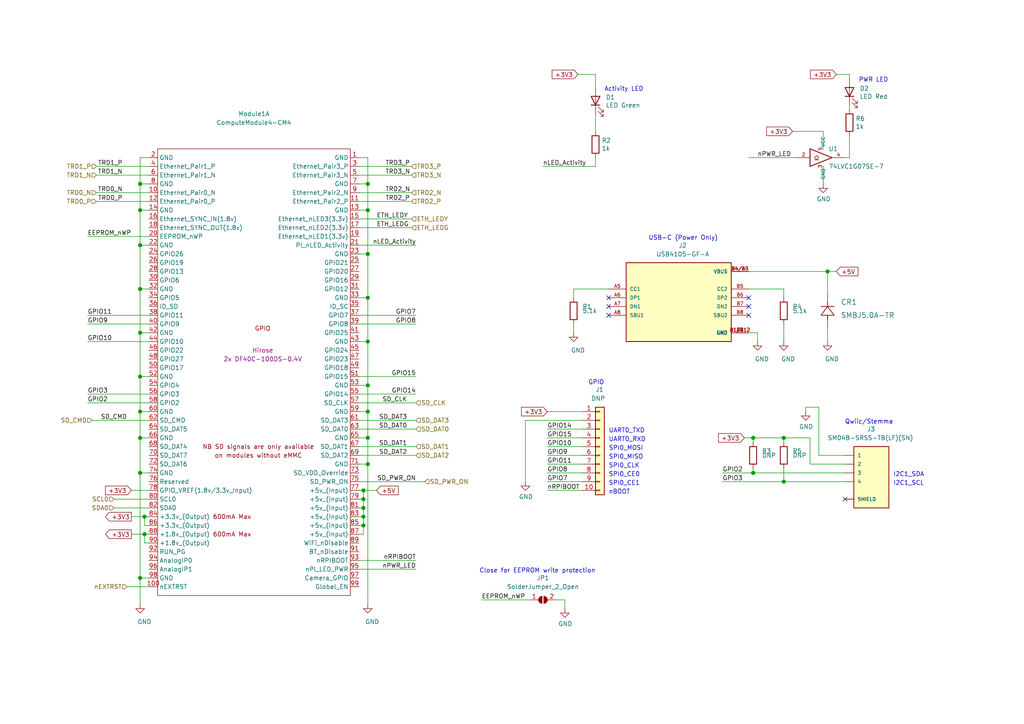
<source format=kicad_sch>
(kicad_sch (version 20230121) (generator eeschema)
  (paper "A4")
  (title_block (title "Raspberry Pi Compute Module 4 Base Carrier") (date "2020-10-31") (rev "v01") (comment 2 "creativecommons.org/licenses/by-sa/4.0") (comment 3 "License: CC BY-SA 4.0") (comment 4 "Author: Shawn Hymel"))
  (lib_symbols
    (symbol "2020-11-06_22-01-36:SMBJ5.0A-TR" (pin_numbers hide) (pin_names (offset -1.651) hide)
      (property "Reference" "CR" (at 5.08 4.445 0))
      (property "Value" "SMBJ5.0A-TR" (at 5.08 -7.62 0))
      (symbol "SMBJ5.0A-TR_1_1"
        (polyline (pts (xy 2.54 0) (xy 3.4798 0)) (stroke (width 0.2032)))
        (polyline (pts (xy 3.175 0) (xy 3.81 0)) (stroke (width 0.2032)))
        (polyline (pts (xy 3.81 -1.905) (xy 6.35 0)) (stroke (width 0.2032)))
        (polyline (pts (xy 3.81 1.905) (xy 3.81 -1.905)) (stroke (width 0.2032)))
        (polyline (pts (xy 6.35 -1.905) (xy 6.35 1.905)) (stroke (width 0.2032)))
        (polyline (pts (xy 6.35 0) (xy 3.81 1.905)) (stroke (width 0.2032)))
        (polyline (pts (xy 6.35 0) (xy 7.62 0)) (stroke (width 0.2032)))
        (pin unspecified line (at 10.16 0 180) (length 2.54) (name "1") (number "1"))
        (pin unspecified line (at 0 0 0) (length 2.54) (name "2") (number "2"))
      )
    )
    (symbol "CM4IO:74LVC1G07_copy"
      (property "Reference" "U" (at -2.54 3.81 0))
      (property "Value" "74LVC1G07_copy" (at 0 -3.81 0))
      (symbol "74LVC1G07_copy_0_1"
        (polyline (pts (xy -2.54 -0.635) (xy -1.27 -0.635)))
        (polyline (pts (xy -3.81 2.54) (xy -3.81 -2.54) (xy 2.54 0) (xy -3.81 2.54)) (stroke (width 0.254)))
        (polyline (pts (xy -1.905 0.635) (xy -2.54 0) (xy -1.905 -0.635) (xy -1.27 0) (xy -1.905 0.635)))
      )
      (symbol "74LVC1G07_copy_1_1"
        (pin input line (at -7.62 0 0) (length 3.81) (name "~") (number "2"))
        (pin power_in line (at 0 -2.54 270) (length 0) (name "GND") (number "3"))
        (pin open_collector line (at 6.35 0 180) (length 3.81) (name "~") (number "4"))
        (pin power_in line (at 0 2.54 90) (length 0) (name "VCC") (number "5"))
      )
    )
    (symbol "CM4IO:ComputeModule4-CM4"
      (property "Reference" "Module" (at 113.03 -68.58 0))
      (property "Value" "ComputeModule4-CM4" (at 140.97 2.54 0))
      (property "Manufacturer" "Hirose" (at 0 0 0))
      (property "MPN" "2x DF40C-100DS-0.4V" (at 0 -2.54 0))
      (property "MPN (Alt)" "2x DF40HC(3.0)-100DS-0.4V" (at 0 0 0))
      (symbol "ComputeModule4-CM4_1_0"
        (text "GPIO" (at 0 6.35 0) (effects (font (size 1.27 1.27))))
      )
      (symbol "ComputeModule4-CM4_1_1"
        (rectangle (start -30.48 -71.12) (end 25.4 58.42))
        (text "600mA Max" (at -8.89 -53.34 0) (effects (font (size 1.27 1.27))))
        (text "600mA Max" (at -8.89 -48.26 0) (effects (font (size 1.27 1.27))))
        (text "NB SD signals are only available" (at -1.27 -27.94 0) (effects (font (size 1.27 1.27))))
        (text "on modules without eMMC" (at -1.27 -30.48 0) (effects (font (size 1.27 1.27))))
        (pin power_in line (at 27.94 55.88 180) (length 2.54) (name "GND") (number "1"))
        (pin passive line (at -33.02 45.72 0) (length 2.54) (name "Ethernet_Pair0_N") (number "10"))
        (pin output line (at -33.02 -68.58 0) (length 2.54) (name "nEXTRST") (number "100"))
        (pin passive line (at 27.94 43.18 180) (length 2.54) (name "Ethernet_Pair2_P") (number "11"))
        (pin passive line (at -33.02 43.18 0) (length 2.54) (name "Ethernet_Pair0_P") (number "12"))
        (pin power_in line (at 27.94 40.64 180) (length 2.54) (name "GND") (number "13"))
        (pin power_in line (at -33.02 40.64 0) (length 2.54) (name "GND") (number "14"))
        (pin output line (at 27.94 38.1 180) (length 2.54) (name "Ethernet_nLED3(3.3v)") (number "15"))
        (pin input line (at -33.02 38.1 0) (length 2.54) (name "Ethernet_SYNC_IN(1.8v)") (number "16"))
        (pin output line (at 27.94 35.56 180) (length 2.54) (name "Ethernet_nLED2(3.3v)") (number "17"))
        (pin input line (at -33.02 35.56 0) (length 2.54) (name "Ethernet_SYNC_OUT(1.8v)") (number "18"))
        (pin output line (at 27.94 33.02 180) (length 2.54) (name "Ethernet_nLED1(3.3v)") (number "19"))
        (pin power_in line (at -33.02 55.88 0) (length 2.54) (name "GND") (number "2"))
        (pin passive line (at -33.02 33.02 0) (length 2.54) (name "EEPROM_nWP") (number "20"))
        (pin open_collector line (at 27.94 30.48 180) (length 2.54) (name "PI_nLED_Activity") (number "21"))
        (pin power_in line (at -33.02 30.48 0) (length 2.54) (name "GND") (number "22"))
        (pin power_in line (at 27.94 27.94 180) (length 2.54) (name "GND") (number "23"))
        (pin passive line (at -33.02 27.94 0) (length 2.54) (name "GPIO26") (number "24"))
        (pin passive line (at 27.94 25.4 180) (length 2.54) (name "GPIO21") (number "25"))
        (pin passive line (at -33.02 25.4 0) (length 2.54) (name "GPIO19") (number "26"))
        (pin passive line (at 27.94 22.86 180) (length 2.54) (name "GPIO20") (number "27"))
        (pin passive line (at -33.02 22.86 0) (length 2.54) (name "GPIO13") (number "28"))
        (pin passive line (at 27.94 20.32 180) (length 2.54) (name "GPIO16") (number "29"))
        (pin passive line (at 27.94 53.34 180) (length 2.54) (name "Ethernet_Pair3_P") (number "3"))
        (pin passive line (at -33.02 20.32 0) (length 2.54) (name "GPIO6") (number "30"))
        (pin passive line (at 27.94 17.78 180) (length 2.54) (name "GPIO12") (number "31"))
        (pin power_in line (at -33.02 17.78 0) (length 2.54) (name "GND") (number "32"))
        (pin power_in line (at 27.94 15.24 180) (length 2.54) (name "GND") (number "33"))
        (pin passive line (at -33.02 15.24 0) (length 2.54) (name "GPIO5") (number "34"))
        (pin passive line (at 27.94 12.7 180) (length 2.54) (name "ID_SC") (number "35"))
        (pin passive line (at -33.02 12.7 0) (length 2.54) (name "ID_SD") (number "36"))
        (pin passive line (at 27.94 10.16 180) (length 2.54) (name "GPIO7") (number "37"))
        (pin passive line (at -33.02 10.16 0) (length 2.54) (name "GPIO11") (number "38"))
        (pin passive line (at 27.94 7.62 180) (length 2.54) (name "GPIO8") (number "39"))
        (pin passive line (at -33.02 53.34 0) (length 2.54) (name "Ethernet_Pair1_P") (number "4"))
        (pin passive line (at -33.02 7.62 0) (length 2.54) (name "GPIO9") (number "40"))
        (pin passive line (at 27.94 5.08 180) (length 2.54) (name "GPIO25") (number "41"))
        (pin power_in line (at -33.02 5.08 0) (length 2.54) (name "GND") (number "42"))
        (pin power_in line (at 27.94 2.54 180) (length 2.54) (name "GND") (number "43"))
        (pin passive line (at -33.02 2.54 0) (length 2.54) (name "GPIO10") (number "44"))
        (pin passive line (at 27.94 0 180) (length 2.54) (name "GPIO24") (number "45"))
        (pin passive line (at -33.02 0 0) (length 2.54) (name "GPIO22") (number "46"))
        (pin passive line (at 27.94 -2.54 180) (length 2.54) (name "GPIO23") (number "47"))
        (pin passive line (at -33.02 -2.54 0) (length 2.54) (name "GPIO27") (number "48"))
        (pin passive line (at 27.94 -5.08 180) (length 2.54) (name "GPIO18") (number "49"))
        (pin passive line (at 27.94 50.8 180) (length 2.54) (name "Ethernet_Pair3_N") (number "5"))
        (pin passive line (at -33.02 -5.08 0) (length 2.54) (name "GPIO17") (number "50"))
        (pin passive line (at 27.94 -7.62 180) (length 2.54) (name "GPIO15") (number "51"))
        (pin power_in line (at -33.02 -7.62 0) (length 2.54) (name "GND") (number "52"))
        (pin power_in line (at 27.94 -10.16 180) (length 2.54) (name "GND") (number "53"))
        (pin passive line (at -33.02 -10.16 0) (length 2.54) (name "GPIO4") (number "54"))
        (pin passive line (at 27.94 -12.7 180) (length 2.54) (name "GPIO14") (number "55"))
        (pin passive line (at -33.02 -12.7 0) (length 2.54) (name "GPIO3") (number "56"))
        (pin passive line (at 27.94 -15.24 180) (length 2.54) (name "SD_CLK") (number "57"))
        (pin passive line (at -33.02 -15.24 0) (length 2.54) (name "GPIO2") (number "58"))
        (pin power_in line (at 27.94 -17.78 180) (length 2.54) (name "GND") (number "59"))
        (pin passive line (at -33.02 50.8 0) (length 2.54) (name "Ethernet_Pair1_N") (number "6"))
        (pin power_in line (at -33.02 -17.78 0) (length 2.54) (name "GND") (number "60"))
        (pin passive line (at 27.94 -20.32 180) (length 2.54) (name "SD_DAT3") (number "61"))
        (pin passive line (at -33.02 -20.32 0) (length 2.54) (name "SD_CMD") (number "62"))
        (pin passive line (at 27.94 -22.86 180) (length 2.54) (name "SD_DAT0") (number "63"))
        (pin passive line (at -33.02 -22.86 0) (length 2.54) (name "SD_DAT5") (number "64"))
        (pin power_in line (at 27.94 -25.4 180) (length 2.54) (name "GND") (number "65"))
        (pin power_in line (at -33.02 -25.4 0) (length 2.54) (name "GND") (number "66"))
        (pin passive line (at 27.94 -27.94 180) (length 2.54) (name "SD_DAT1") (number "67"))
        (pin passive line (at -33.02 -27.94 0) (length 2.54) (name "SD_DAT4") (number "68"))
        (pin passive line (at 27.94 -30.48 180) (length 2.54) (name "SD_DAT2") (number "69"))
        (pin power_in line (at 27.94 48.26 180) (length 2.54) (name "GND") (number "7"))
        (pin passive line (at -33.02 -30.48 0) (length 2.54) (name "SD_DAT7") (number "70"))
        (pin power_in line (at 27.94 -33.02 180) (length 2.54) (name "GND") (number "71"))
        (pin passive line (at -33.02 -33.02 0) (length 2.54) (name "SD_DAT6") (number "72"))
        (pin input line (at 27.94 -35.56 180) (length 2.54) (name "SD_VDD_Override") (number "73"))
        (pin power_in line (at -33.02 -35.56 0) (length 2.54) (name "GND") (number "74"))
        (pin output line (at 27.94 -38.1 180) (length 2.54) (name "SD_PWR_ON") (number "75"))
        (pin passive line (at -33.02 -38.1 0) (length 2.54) (name "Reserved") (number "76"))
        (pin power_in line (at 27.94 -40.64 180) (length 2.54) (name "+5v_(Input)") (number "77"))
        (pin power_in line (at -33.02 -40.64 0) (length 2.54) (name "GPIO_VREF(1.8v/3.3v_Input)") (number "78"))
        (pin power_in line (at 27.94 -43.18 180) (length 2.54) (name "+5v_(Input)") (number "79"))
        (pin power_in line (at -33.02 48.26 0) (length 2.54) (name "GND") (number "8"))
        (pin passive line (at -33.02 -43.18 0) (length 2.54) (name "SCL0") (number "80"))
        (pin power_in line (at 27.94 -45.72 180) (length 2.54) (name "+5v_(Input)") (number "81"))
        (pin passive line (at -33.02 -45.72 0) (length 2.54) (name "SDA0") (number "82"))
        (pin power_in line (at 27.94 -48.26 180) (length 2.54) (name "+5v_(Input)") (number "83"))
        (pin power_out line (at -33.02 -48.26 0) (length 2.54) (name "+3.3v_(Output)") (number "84"))
        (pin power_in line (at 27.94 -50.8 180) (length 2.54) (name "+5v_(Input)") (number "85"))
        (pin power_out line (at -33.02 -50.8 0) (length 2.54) (name "+3.3v_(Output)") (number "86"))
        (pin power_in line (at 27.94 -53.34 180) (length 2.54) (name "+5v_(Input)") (number "87"))
        (pin power_out line (at -33.02 -53.34 0) (length 2.54) (name "+1.8v_(Output)") (number "88"))
        (pin power_in line (at 27.94 -55.88 180) (length 2.54) (name "WiFi_nDisable") (number "89"))
        (pin passive line (at 27.94 45.72 180) (length 2.54) (name "Ethernet_Pair2_N") (number "9"))
        (pin power_out line (at -33.02 -55.88 0) (length 2.54) (name "+1.8v_(Output)") (number "90"))
        (pin power_in line (at 27.94 -58.42 180) (length 2.54) (name "BT_nDisable") (number "91"))
        (pin passive line (at -33.02 -58.42 0) (length 2.54) (name "RUN_PG") (number "92"))
        (pin input line (at 27.94 -60.96 180) (length 2.54) (name "nRPIBOOT") (number "93"))
        (pin passive line (at -33.02 -60.96 0) (length 2.54) (name "AnalogIP0") (number "94"))
        (pin output line (at 27.94 -63.5 180) (length 2.54) (name "nPI_LED_PWR") (number "95"))
        (pin passive line (at -33.02 -63.5 0) (length 2.54) (name "AnalogIP1") (number "96"))
        (pin passive line (at 27.94 -66.04 180) (length 2.54) (name "Camera_GPIO") (number "97"))
        (pin power_in line (at -33.02 -66.04 0) (length 2.54) (name "GND") (number "98"))
        (pin input line (at 27.94 -68.58 180) (length 2.54) (name "Global_EN") (number "99"))
      )
      (symbol "ComputeModule4-CM4_2_1"
        (rectangle (start 114.3 -66.04) (end 165.1 63.5))
        (text "High Speed Serial" (at 140.97 0 0) (effects (font (size 1.27 1.27))))
        (pin input line (at 170.18 60.96 180) (length 5.08) (name "USB_OTG_ID") (number "101"))
        (pin input line (at 109.22 60.96 0) (length 5.08) (name "PCIe_CLK_nREQ") (number "102"))
        (pin passive line (at 170.18 58.42 180) (length 5.08) (name "USB2_N") (number "103"))
        (pin passive line (at 109.22 58.42 0) (length 5.08) (name "Reserved") (number "104"))
        (pin passive line (at 170.18 55.88 180) (length 5.08) (name "USB2_P") (number "105"))
        (pin passive line (at 109.22 55.88 0) (length 5.08) (name "Reserved") (number "106"))
        (pin power_in line (at 170.18 53.34 180) (length 5.08) (name "GND") (number "107"))
        (pin power_in line (at 109.22 53.34 0) (length 5.08) (name "GND") (number "108"))
        (pin bidirectional line (at 170.18 50.8 180) (length 5.08) (name "PCIe_nRST") (number "109"))
        (pin output line (at 109.22 50.8 0) (length 5.08) (name "PCIe_CLK_P") (number "110"))
        (pin passive line (at 170.18 48.26 180) (length 5.08) (name "VDAC_COMP") (number "111"))
        (pin output line (at 109.22 48.26 0) (length 5.08) (name "PCIe_CLK_N") (number "112"))
        (pin power_in line (at 170.18 45.72 180) (length 5.08) (name "GND") (number "113"))
        (pin power_in line (at 109.22 45.72 0) (length 5.08) (name "GND") (number "114"))
        (pin input line (at 170.18 43.18 180) (length 5.08) (name "CAM1_D0_N") (number "115"))
        (pin input line (at 109.22 43.18 0) (length 5.08) (name "PCIe_RX_P") (number "116"))
        (pin input line (at 170.18 40.64 180) (length 5.08) (name "CAM1_D0_P") (number "117"))
        (pin input line (at 109.22 40.64 0) (length 5.08) (name "PCIe_RX_N") (number "118"))
        (pin power_in line (at 170.18 38.1 180) (length 5.08) (name "GND") (number "119"))
        (pin power_in line (at 109.22 38.1 0) (length 5.08) (name "GND") (number "120"))
        (pin input line (at 170.18 35.56 180) (length 5.08) (name "CAM1_D1_N") (number "121"))
        (pin output line (at 109.22 35.56 0) (length 5.08) (name "PCIe_TX_P") (number "122"))
        (pin input line (at 170.18 33.02 180) (length 5.08) (name "CAM1_D1_P") (number "123"))
        (pin output line (at 109.22 33.02 0) (length 5.08) (name "PCIe_TX_N") (number "124"))
        (pin power_in line (at 170.18 30.48 180) (length 5.08) (name "GND") (number "125"))
        (pin power_in line (at 109.22 30.48 0) (length 5.08) (name "GND") (number "126"))
        (pin input line (at 170.18 27.94 180) (length 5.08) (name "CAM1_C_N") (number "127"))
        (pin input line (at 109.22 27.94 0) (length 5.08) (name "CAM0_D0_N") (number "128"))
        (pin input line (at 170.18 25.4 180) (length 5.08) (name "CAM1_C_P") (number "129"))
        (pin input line (at 109.22 25.4 0) (length 5.08) (name "CAM0_D0_P") (number "130"))
        (pin power_in line (at 170.18 22.86 180) (length 5.08) (name "GND") (number "131"))
        (pin power_in line (at 109.22 22.86 0) (length 5.08) (name "GND") (number "132"))
        (pin input line (at 170.18 20.32 180) (length 5.08) (name "CAM1_D2_N") (number "133"))
        (pin input line (at 109.22 20.32 0) (length 5.08) (name "CAM0_D1_N") (number "134"))
        (pin input line (at 170.18 17.78 180) (length 5.08) (name "CAM1_D2_P") (number "135"))
        (pin input line (at 109.22 17.78 0) (length 5.08) (name "CAM0_D1_P") (number "136"))
        (pin power_in line (at 170.18 15.24 180) (length 5.08) (name "GND") (number "137"))
        (pin power_in line (at 109.22 15.24 0) (length 5.08) (name "GND") (number "138"))
        (pin input line (at 170.18 12.7 180) (length 5.08) (name "CAM1_D3_N") (number "139"))
        (pin input line (at 109.22 12.7 0) (length 5.08) (name "CAM0_C_N") (number "140"))
        (pin input line (at 170.18 10.16 180) (length 5.08) (name "CAM1_D3_P") (number "141"))
        (pin input line (at 109.22 10.16 0) (length 5.08) (name "CAM0_C_P") (number "142"))
        (pin input line (at 170.18 7.62 180) (length 5.08) (name "HDMI1_HOTPLUG") (number "143"))
        (pin power_in line (at 109.22 7.62 0) (length 5.08) (name "GND") (number "144"))
        (pin bidirectional line (at 170.18 5.08 180) (length 5.08) (name "HDMI1_SDA") (number "145"))
        (pin output line (at 109.22 5.08 0) (length 5.08) (name "HDMI1_TX2_P") (number "146"))
        (pin open_collector line (at 170.18 2.54 180) (length 5.08) (name "HDMI1_SCL") (number "147"))
        (pin output line (at 109.22 2.54 0) (length 5.08) (name "HDMI1_TX2_N") (number "148"))
        (pin open_collector line (at 170.18 0 180) (length 5.08) (name "HDMI1_CEC") (number "149"))
        (pin power_in line (at 109.22 0 0) (length 5.08) (name "GND") (number "150"))
        (pin open_collector line (at 170.18 -2.54 180) (length 5.08) (name "HDMI0_CEC") (number "151"))
        (pin output line (at 109.22 -2.54 0) (length 5.08) (name "HDMI1_TX1_P") (number "152"))
        (pin input line (at 170.18 -5.08 180) (length 5.08) (name "HDMI0_HOTPLUG") (number "153"))
        (pin output line (at 109.22 -5.08 0) (length 5.08) (name "HDMI1_TX1_N") (number "154"))
        (pin power_in line (at 170.18 -7.62 180) (length 5.08) (name "GND") (number "155"))
        (pin power_in line (at 109.22 -7.62 0) (length 5.08) (name "GND") (number "156"))
        (pin output line (at 170.18 -10.16 180) (length 5.08) (name "DSI0_D0_N") (number "157"))
        (pin output line (at 109.22 -10.16 0) (length 5.08) (name "HDMI1_TX0_P") (number "158"))
        (pin output line (at 170.18 -12.7 180) (length 5.08) (name "DSI0_D0_P") (number "159"))
        (pin output line (at 109.22 -12.7 0) (length 5.08) (name "HDMI1_TX0_N") (number "160"))
        (pin power_in line (at 170.18 -15.24 180) (length 5.08) (name "GND") (number "161"))
        (pin power_in line (at 109.22 -15.24 0) (length 5.08) (name "GND") (number "162"))
        (pin output line (at 170.18 -17.78 180) (length 5.08) (name "DSI0_D1_N") (number "163"))
        (pin output line (at 109.22 -17.78 0) (length 5.08) (name "HDMI1_CLK_P") (number "164"))
        (pin output line (at 170.18 -20.32 180) (length 5.08) (name "DSI0_D1_P") (number "165"))
        (pin output line (at 109.22 -20.32 0) (length 5.08) (name "HDMI1_CLK_N") (number "166"))
        (pin power_in line (at 170.18 -22.86 180) (length 5.08) (name "GND") (number "167"))
        (pin power_in line (at 109.22 -22.86 0) (length 5.08) (name "GND") (number "168"))
        (pin output line (at 170.18 -25.4 180) (length 5.08) (name "DSI0_C_N") (number "169"))
        (pin output line (at 109.22 -25.4 0) (length 5.08) (name "HDMI0_TX2_P") (number "170"))
        (pin output line (at 170.18 -27.94 180) (length 5.08) (name "DSI0_C_P") (number "171"))
        (pin output line (at 109.22 -27.94 0) (length 5.08) (name "HDMI0_TX2_N") (number "172"))
        (pin power_in line (at 170.18 -30.48 180) (length 5.08) (name "GND") (number "173"))
        (pin power_in line (at 109.22 -30.48 0) (length 5.08) (name "GND") (number "174"))
        (pin output line (at 170.18 -33.02 180) (length 5.08) (name "DSI1_D0_N") (number "175"))
        (pin output line (at 109.22 -33.02 0) (length 5.08) (name "HDMI0_TX1_P") (number "176"))
        (pin output line (at 170.18 -35.56 180) (length 5.08) (name "DSI1_D0_P") (number "177"))
        (pin output line (at 109.22 -35.56 0) (length 5.08) (name "HDMI0_TX1_N") (number "178"))
        (pin power_in line (at 170.18 -38.1 180) (length 5.08) (name "GND") (number "179"))
        (pin power_in line (at 109.22 -38.1 0) (length 5.08) (name "GND") (number "180"))
        (pin output line (at 170.18 -40.64 180) (length 5.08) (name "DSI1_D1_N") (number "181"))
        (pin output line (at 109.22 -40.64 0) (length 5.08) (name "HDMI0_TX0_P") (number "182"))
        (pin output line (at 170.18 -43.18 180) (length 5.08) (name "DSI1_D1_P") (number "183"))
        (pin output line (at 109.22 -43.18 0) (length 5.08) (name "HDMI0_TX0_N") (number "184"))
        (pin power_in line (at 170.18 -45.72 180) (length 5.08) (name "GND") (number "185"))
        (pin power_in line (at 109.22 -45.72 0) (length 5.08) (name "GND") (number "186"))
        (pin output line (at 170.18 -48.26 180) (length 5.08) (name "DSI1_C_N") (number "187"))
        (pin output line (at 109.22 -48.26 0) (length 5.08) (name "HDMI0_CLK_P") (number "188"))
        (pin output line (at 170.18 -50.8 180) (length 5.08) (name "DSI1_C_P") (number "189"))
        (pin output line (at 109.22 -50.8 0) (length 5.08) (name "HDMI0_CLK_N") (number "190"))
        (pin power_in line (at 170.18 -53.34 180) (length 5.08) (name "GND") (number "191"))
        (pin power_in line (at 109.22 -53.34 0) (length 5.08) (name "GND") (number "192"))
        (pin output line (at 170.18 -55.88 180) (length 5.08) (name "DSI1_D2_N") (number "193"))
        (pin output line (at 109.22 -55.88 0) (length 5.08) (name "DSI1_D3_N") (number "194"))
        (pin output line (at 170.18 -58.42 180) (length 5.08) (name "DSI1_D2_P") (number "195"))
        (pin output line (at 109.22 -58.42 0) (length 5.08) (name "DSI1_D3_P") (number "196"))
        (pin power_in line (at 170.18 -60.96 180) (length 5.08) (name "GND") (number "197"))
        (pin power_in line (at 109.22 -60.96 0) (length 5.08) (name "GND") (number "198"))
        (pin bidirectional line (at 170.18 -63.5 180) (length 5.08) (name "HDMI0_SDA") (number "199"))
        (pin open_collector line (at 109.22 -63.5 0) (length 5.08) (name "HDMI0_SCL") (number "200"))
      )
    )
    (symbol "Connector_Generic:Conn_01x10" (pin_names (offset 1.016) hide)
      (property "Reference" "J" (at 0 12.7 0))
      (property "Value" "Conn_01x10" (at 0 -15.24 0))
      (symbol "Conn_01x10_1_1"
        (rectangle (start -1.27 -12.573) (end 0 -12.827) (stroke (width 0.1524)))
        (rectangle (start -1.27 -10.033) (end 0 -10.287) (stroke (width 0.1524)))
        (rectangle (start -1.27 -7.493) (end 0 -7.747) (stroke (width 0.1524)))
        (rectangle (start -1.27 -4.953) (end 0 -5.207) (stroke (width 0.1524)))
        (rectangle (start -1.27 -2.413) (end 0 -2.667) (stroke (width 0.1524)))
        (rectangle (start -1.27 0.127) (end 0 -0.127) (stroke (width 0.1524)))
        (rectangle (start -1.27 2.667) (end 0 2.413) (stroke (width 0.1524)))
        (rectangle (start -1.27 5.207) (end 0 4.953) (stroke (width 0.1524)))
        (rectangle (start -1.27 7.747) (end 0 7.493) (stroke (width 0.1524)))
        (rectangle (start -1.27 10.287) (end 0 10.033) (stroke (width 0.1524)))
        (rectangle (start -1.27 11.43) (end 1.27 -13.97) (stroke (width 0.254)) (fill (type background)))
        (pin passive line (at -5.08 10.16 0) (length 3.81) (name "Pin_1") (number "1"))
        (pin passive line (at -5.08 -12.7 0) (length 3.81) (name "Pin_10") (number "10"))
        (pin passive line (at -5.08 7.62 0) (length 3.81) (name "Pin_2") (number "2"))
        (pin passive line (at -5.08 5.08 0) (length 3.81) (name "Pin_3") (number "3"))
        (pin passive line (at -5.08 2.54 0) (length 3.81) (name "Pin_4") (number "4"))
        (pin passive line (at -5.08 0 0) (length 3.81) (name "Pin_5") (number "5"))
        (pin passive line (at -5.08 -2.54 0) (length 3.81) (name "Pin_6") (number "6"))
        (pin passive line (at -5.08 -5.08 0) (length 3.81) (name "Pin_7") (number "7"))
        (pin passive line (at -5.08 -7.62 0) (length 3.81) (name "Pin_8") (number "8"))
        (pin passive line (at -5.08 -10.16 0) (length 3.81) (name "Pin_9") (number "9"))
      )
    )
    (symbol "Device:LED" (pin_numbers hide) (pin_names (offset 1.016) hide)
      (property "Reference" "D" (at 0 2.54 0))
      (property "Value" "LED" (at 0 -2.54 0))
      (symbol "LED_0_1"
        (polyline (pts (xy -1.27 -1.27) (xy -1.27 1.27)) (stroke (width 0.254)))
        (polyline (pts (xy -1.27 0) (xy 1.27 0)))
        (polyline (pts (xy 1.27 -1.27) (xy 1.27 1.27) (xy -1.27 0) (xy 1.27 -1.27)) (stroke (width 0.254)))
        (polyline (pts (xy -3.048 -0.762) (xy -4.572 -2.286) (xy -3.81 -2.286) (xy -4.572 -2.286) (xy -4.572 -1.524)))
        (polyline (pts (xy -1.778 -0.762) (xy -3.302 -2.286) (xy -2.54 -2.286) (xy -3.302 -2.286) (xy -3.302 -1.524)))
      )
      (symbol "LED_1_1"
        (pin passive line (at -3.81 0 0) (length 2.54) (name "K") (number "1"))
        (pin passive line (at 3.81 0 180) (length 2.54) (name "A") (number "2"))
      )
    )
    (symbol "Device:R" (pin_numbers hide) (pin_names (offset 0))
      (property "Reference" "R" (at 2.032 0 90))
      (property "Value" "R" (at 0 0 90))
      (symbol "R_0_1"
        (rectangle (start -1.016 -2.54) (end 1.016 2.54) (stroke (width 0.254)))
      )
      (symbol "R_1_1"
        (pin passive line (at 0 3.81 270) (length 1.27) (name "~") (number "1"))
        (pin passive line (at 0 -3.81 90) (length 1.27) (name "~") (number "2"))
      )
    )
    (symbol "Jumper:SolderJumper_2_Open" (pin_names (offset 0) hide)
      (property "Reference" "JP" (at 0 2.032 0))
      (property "Value" "SolderJumper_2_Open" (at 0 -2.54 0))
      (symbol "SolderJumper_2_Open_0_1"
        (arc (start -0.254 1.016) (mid -1.2656 0) (end -0.254 -1.016))
        (arc (start -0.254 1.016) (mid -1.2656 0) (end -0.254 -1.016) (fill (type outline)))
        (polyline (pts (xy -0.254 1.016) (xy -0.254 -1.016)))
        (polyline (pts (xy 0.254 1.016) (xy 0.254 -1.016)))
        (arc (start 0.254 -1.016) (mid 1.2656 0) (end 0.254 1.016))
        (arc (start 0.254 -1.016) (mid 1.2656 0) (end 0.254 1.016) (fill (type outline)))
      )
      (symbol "SolderJumper_2_Open_1_1"
        (pin passive line (at -3.81 0 0) (length 2.54) (name "A") (number "1"))
        (pin passive line (at 3.81 0 180) (length 2.54) (name "B") (number "2"))
      )
    )
    (symbol "SM04B-SRSS-TB_LF__SN_:SM04B-SRSS-TB(LF)(SN)" (pin_numbers hide) (pin_names (offset 1.016))
      (property "Reference" "J" (at -5.08 8.1534 0))
      (property "Value" "SM04B-SRSS-TB(LF)(SN)" (at -5.08 -11.9634 0))
      (symbol "SM04B-SRSS-TB(LF)(SN)_0_0"
        (rectangle (start -5.08 -10.16) (end 5.08 7.62) (stroke (width 0.254)) (fill (type background)))
        (pin passive line (at -7.62 5.08 0) (length 2.54) (name "1") (number "1"))
        (pin passive line (at -7.62 2.54 0) (length 2.54) (name "2") (number "2"))
        (pin passive line (at -7.62 0 0) (length 2.54) (name "3") (number "3"))
        (pin passive line (at -7.62 -2.54 0) (length 2.54) (name "4") (number "4"))
        (pin passive line (at -7.62 -7.62 0) (length 2.54) (name "SHIELD") (number "S1"))
        (pin passive line (at -7.62 -7.62 0) (length 2.54) (name "SHIELD") (number "S2"))
      )
    )
    (symbol "USB4105-GF-A:USB4105-GF-A" (pin_names (offset 1.016))
      (property "Reference" "J" (at -15.24 13.97 0))
      (property "Value" "USB4105-GF-A" (at -15.24 -12.7 0))
      (symbol "USB4105-GF-A_0_0"
        (rectangle (start -15.24 -10.16) (end 15.24 12.7) (stroke (width 0.254)) (fill (type background)))
        (pin power_in line (at 20.32 -7.62 180) (length 5.08) (name "GND") (number "A1/B12"))
        (pin power_in line (at 20.32 10.16 180) (length 5.08) (name "VBUS") (number "A4/B9"))
        (pin bidirectional line (at -20.32 5.08 0) (length 5.08) (name "CC1") (number "A5"))
        (pin bidirectional line (at -20.32 2.54 0) (length 5.08) (name "DP1") (number "A6"))
        (pin bidirectional line (at -20.32 0 0) (length 5.08) (name "DN1") (number "A7"))
        (pin bidirectional line (at -20.32 -2.54 0) (length 5.08) (name "SBU1") (number "A8"))
        (pin power_in line (at 20.32 -7.62 180) (length 5.08) (name "GND") (number "B1/A12"))
        (pin power_in line (at 20.32 10.16 180) (length 5.08) (name "VBUS") (number "B4/A9"))
        (pin bidirectional line (at 20.32 5.08 180) (length 5.08) (name "CC2") (number "B5"))
        (pin bidirectional line (at 20.32 2.54 180) (length 5.08) (name "DP2") (number "B6"))
        (pin bidirectional line (at 20.32 0 180) (length 5.08) (name "DN2") (number "B7"))
        (pin bidirectional line (at 20.32 -2.54 180) (length 5.08) (name "SBU2") (number "B8"))
        (pin power_in line (at 20.32 -7.62 180) (length 5.08) (name "GND") (number "G1"))
        (pin power_in line (at 20.32 -7.62 180) (length 5.08) (name "GND") (number "G2"))
        (pin power_in line (at 20.32 -7.62 180) (length 5.08) (name "GND") (number "G3"))
        (pin power_in line (at 20.32 -7.62 180) (length 5.08) (name "GND") (number "G4"))
      )
    )
    (symbol "power:GND" (power) (pin_names (offset 0))
      (property "Value" "GND" (at 0 -3.81 0))
      (symbol "GND_0_1"
        (polyline (pts (xy 0 0) (xy 0 -1.27) (xy 1.27 -1.27) (xy 0 -2.54) (xy -1.27 -1.27) (xy 0 -1.27)))
      )
      (symbol "GND_1_1"
        (pin power_in line (at 0 0 270) (length 0) hide (name "GND") (number "1"))
      )
    )
  )
  (junction (at 218.44 137.16) (diameter 1.016))
  (junction (at 40.64 60.96) (diameter 1.016))
  (junction (at 106.68 86.36) (diameter 1.016))
  (junction (at 40.64 119.38) (diameter 1.016))
  (junction (at 40.64 71.12) (diameter 1.016))
  (junction (at 106.68 53.34) (diameter 1.016))
  (junction (at 106.68 73.66) (diameter 1.016))
  (junction (at 105.41 144.78) (diameter 1.016))
  (junction (at 227.33 139.7) (diameter 1.016))
  (junction (at 40.64 96.52) (diameter 1.016))
  (junction (at 105.41 149.86) (diameter 1.016))
  (junction (at 41.91 154.94) (diameter 1.016))
  (junction (at 106.68 134.62) (diameter 1.016))
  (junction (at 105.41 142.24) (diameter 1.016))
  (junction (at 218.44 127) (diameter 1.016))
  (junction (at 106.68 119.38) (diameter 1.016))
  (junction (at 106.68 99.06) (diameter 1.016))
  (junction (at 240.03 78.74) (diameter 1.016))
  (junction (at 40.64 83.82) (diameter 1.016))
  (junction (at 40.64 53.34) (diameter 1.016))
  (junction (at 40.64 167.64) (diameter 1.016))
  (junction (at 40.64 137.16) (diameter 1.016))
  (junction (at 41.91 149.86) (diameter 1.016))
  (junction (at 40.64 109.22) (diameter 1.016))
  (junction (at 227.33 127) (diameter 1.016))
  (junction (at 105.41 152.4) (diameter 1.016))
  (junction (at 106.68 127) (diameter 1.016))
  (junction (at 106.68 60.96) (diameter 1.016))
  (junction (at 40.64 127) (diameter 1.016))
  (junction (at 105.41 147.32) (diameter 1.016))
  (junction (at 106.68 111.76) (diameter 1.016))
  (no_connect (at 217.17 88.9))
  (no_connect (at 245.11 144.78))
  (no_connect (at 176.53 91.44))
  (no_connect (at 217.17 91.44))
  (no_connect (at 217.17 86.36))
  (no_connect (at 176.53 86.36))
  (no_connect (at 176.53 88.9))
  (wire (pts (xy 106.68 127) (xy 106.68 134.62)))
  (wire (pts (xy 41.91 149.86) (xy 43.18 149.86)))
  (wire (pts (xy 217.17 78.74) (xy 240.03 78.74)))
  (wire (pts (xy 104.14 162.56) (xy 120.65 162.56)))
  (wire (pts (xy 40.64 60.96) (xy 40.64 71.12)))
  (wire (pts (xy 234.95 134.62) (xy 234.95 127)))
  (wire (pts (xy 40.64 127) (xy 40.64 137.16)))
  (wire (pts (xy 40.64 109.22) (xy 40.64 119.38)))
  (wire (pts (xy 104.14 111.76) (xy 106.68 111.76)))
  (wire (pts (xy 158.75 137.16) (xy 168.91 137.16)))
  (wire (pts (xy 246.38 39.37) (xy 246.38 45.72)))
  (wire (pts (xy 227.33 93.98) (xy 227.33 99.06)))
  (wire (pts (xy 27.94 55.88) (xy 43.18 55.88)))
  (wire (pts (xy 104.14 114.3) (xy 120.65 114.3)))
  (wire (pts (xy 38.1 149.86) (xy 41.91 149.86)))
  (wire (pts (xy 172.72 33.02) (xy 172.72 38.1)))
  (wire (pts (xy 40.64 137.16) (xy 40.64 167.64)))
  (wire (pts (xy 233.68 119.38) (xy 233.68 118.11)))
  (wire (pts (xy 104.14 45.72) (xy 106.68 45.72)))
  (wire (pts (xy 27.94 48.26) (xy 43.18 48.26)))
  (wire (pts (xy 38.1 154.94) (xy 41.91 154.94)))
  (wire (pts (xy 104.14 99.06) (xy 106.68 99.06)))
  (wire (pts (xy 104.14 165.1) (xy 120.65 165.1)))
  (wire (pts (xy 240.03 95.25) (xy 240.03 99.06)))
  (wire (pts (xy 209.55 139.7) (xy 227.33 139.7)))
  (wire (pts (xy 227.33 139.7) (xy 245.11 139.7)))
  (wire (pts (xy 105.41 152.4) (xy 105.41 149.86)))
  (wire (pts (xy 158.75 127) (xy 168.91 127)))
  (wire (pts (xy 240.03 78.74) (xy 240.03 85.09)))
  (wire (pts (xy 152.4 121.92) (xy 152.4 139.7)))
  (wire (pts (xy 245.11 134.62) (xy 234.95 134.62)))
  (wire (pts (xy 36.83 170.18) (xy 43.18 170.18)))
  (wire (pts (xy 33.02 144.78) (xy 43.18 144.78)))
  (wire (pts (xy 157.48 48.26) (xy 172.72 48.26)))
  (wire (pts (xy 40.64 96.52) (xy 43.18 96.52)))
  (wire (pts (xy 106.68 99.06) (xy 106.68 111.76)))
  (wire (pts (xy 158.75 142.24) (xy 168.91 142.24)))
  (wire (pts (xy 25.4 116.84) (xy 43.18 116.84)))
  (wire (pts (xy 158.75 124.46) (xy 168.91 124.46)))
  (wire (pts (xy 40.64 127) (xy 43.18 127)))
  (wire (pts (xy 25.4 114.3) (xy 43.18 114.3)))
  (wire (pts (xy 106.68 53.34) (xy 106.68 60.96)))
  (wire (pts (xy 172.72 25.4) (xy 172.72 21.59)))
  (wire (pts (xy 158.75 132.08) (xy 168.91 132.08)))
  (wire (pts (xy 40.64 167.64) (xy 40.64 175.26)))
  (wire (pts (xy 176.53 83.82) (xy 166.37 83.82)))
  (wire (pts (xy 104.14 144.78) (xy 105.41 144.78)))
  (wire (pts (xy 104.14 55.88) (xy 119.38 55.88)))
  (wire (pts (xy 238.76 48.26) (xy 238.76 53.34)))
  (wire (pts (xy 25.4 93.98) (xy 43.18 93.98)))
  (wire (pts (xy 40.64 53.34) (xy 40.64 60.96)))
  (wire (pts (xy 227.33 127) (xy 234.95 127)))
  (wire (pts (xy 158.75 129.54) (xy 168.91 129.54)))
  (wire (pts (xy 209.55 137.16) (xy 218.44 137.16)))
  (wire (pts (xy 105.41 149.86) (xy 105.41 147.32)))
  (wire (pts (xy 43.18 45.72) (xy 40.64 45.72)))
  (wire (pts (xy 104.14 50.8) (xy 119.38 50.8)))
  (wire (pts (xy 40.64 119.38) (xy 40.64 127)))
  (wire (pts (xy 246.38 21.59) (xy 242.57 21.59)))
  (wire (pts (xy 104.14 139.7) (xy 123.19 139.7)))
  (wire (pts (xy 40.64 109.22) (xy 43.18 109.22)))
  (wire (pts (xy 27.94 50.8) (xy 43.18 50.8)))
  (wire (pts (xy 104.14 60.96) (xy 106.68 60.96)))
  (wire (pts (xy 227.33 135.89) (xy 227.33 139.7)))
  (wire (pts (xy 106.68 111.76) (xy 106.68 119.38)))
  (wire (pts (xy 38.1 142.24) (xy 43.18 142.24)))
  (wire (pts (xy 104.14 119.38) (xy 106.68 119.38)))
  (wire (pts (xy 104.14 91.44) (xy 120.65 91.44)))
  (wire (pts (xy 106.68 119.38) (xy 106.68 127)))
  (wire (pts (xy 41.91 157.48) (xy 41.91 154.94)))
  (wire (pts (xy 161.29 173.99) (xy 163.83 173.99)))
  (wire (pts (xy 104.14 134.62) (xy 106.68 134.62)))
  (wire (pts (xy 104.14 124.46) (xy 120.65 124.46)))
  (wire (pts (xy 104.14 86.36) (xy 106.68 86.36)))
  (wire (pts (xy 105.41 142.24) (xy 109.22 142.24)))
  (wire (pts (xy 43.18 157.48) (xy 41.91 157.48)))
  (wire (pts (xy 237.49 118.11) (xy 237.49 132.08)))
  (wire (pts (xy 158.75 134.62) (xy 168.91 134.62)))
  (wire (pts (xy 40.64 96.52) (xy 40.64 109.22)))
  (wire (pts (xy 238.76 38.1) (xy 229.87 38.1)))
  (wire (pts (xy 172.72 48.26) (xy 172.72 45.72)))
  (wire (pts (xy 27.94 58.42) (xy 43.18 58.42)))
  (wire (pts (xy 104.14 132.08) (xy 120.65 132.08)))
  (wire (pts (xy 218.44 135.89) (xy 218.44 137.16)))
  (wire (pts (xy 167.64 21.59) (xy 172.72 21.59)))
  (wire (pts (xy 158.75 119.38) (xy 168.91 119.38)))
  (wire (pts (xy 106.68 134.62) (xy 106.68 175.26)))
  (wire (pts (xy 104.14 66.04) (xy 119.38 66.04)))
  (wire (pts (xy 40.64 167.64) (xy 43.18 167.64)))
  (wire (pts (xy 40.64 71.12) (xy 40.64 83.82)))
  (wire (pts (xy 218.44 137.16) (xy 245.11 137.16)))
  (wire (pts (xy 104.14 142.24) (xy 105.41 142.24)))
  (wire (pts (xy 218.44 127) (xy 218.44 128.27)))
  (wire (pts (xy 106.68 86.36) (xy 106.68 99.06)))
  (wire (pts (xy 104.14 149.86) (xy 105.41 149.86)))
  (wire (pts (xy 40.64 60.96) (xy 43.18 60.96)))
  (wire (pts (xy 104.14 109.22) (xy 120.65 109.22)))
  (wire (pts (xy 217.17 96.52) (xy 219.71 96.52)))
  (wire (pts (xy 40.64 53.34) (xy 43.18 53.34)))
  (wire (pts (xy 104.14 121.92) (xy 120.65 121.92)))
  (wire (pts (xy 104.14 127) (xy 106.68 127)))
  (wire (pts (xy 106.68 73.66) (xy 106.68 86.36)))
  (wire (pts (xy 105.41 144.78) (xy 105.41 142.24)))
  (wire (pts (xy 104.14 129.54) (xy 120.65 129.54)))
  (wire (pts (xy 104.14 116.84) (xy 120.65 116.84)))
  (wire (pts (xy 152.4 121.92) (xy 168.91 121.92)))
  (wire (pts (xy 215.9 127) (xy 218.44 127)))
  (wire (pts (xy 104.14 48.26) (xy 119.38 48.26)))
  (wire (pts (xy 41.91 154.94) (xy 43.18 154.94)))
  (wire (pts (xy 246.38 30.48) (xy 246.38 31.75)))
  (wire (pts (xy 40.64 71.12) (xy 43.18 71.12)))
  (wire (pts (xy 26.67 121.92) (xy 43.18 121.92)))
  (wire (pts (xy 104.14 71.12) (xy 120.65 71.12)))
  (wire (pts (xy 25.4 91.44) (xy 43.18 91.44)))
  (wire (pts (xy 40.64 137.16) (xy 43.18 137.16)))
  (wire (pts (xy 40.64 45.72) (xy 40.64 53.34)))
  (wire (pts (xy 139.7 173.99) (xy 153.67 173.99)))
  (wire (pts (xy 219.71 96.52) (xy 219.71 99.06)))
  (wire (pts (xy 106.68 60.96) (xy 106.68 73.66)))
  (wire (pts (xy 104.14 152.4) (xy 105.41 152.4)))
  (wire (pts (xy 218.44 127) (xy 227.33 127)))
  (wire (pts (xy 105.41 154.94) (xy 105.41 152.4)))
  (wire (pts (xy 104.14 154.94) (xy 105.41 154.94)))
  (wire (pts (xy 158.75 139.7) (xy 168.91 139.7)))
  (wire (pts (xy 40.64 119.38) (xy 43.18 119.38)))
  (wire (pts (xy 246.38 22.86) (xy 246.38 21.59)))
  (wire (pts (xy 104.14 58.42) (xy 119.38 58.42)))
  (wire (pts (xy 217.17 83.82) (xy 227.33 83.82)))
  (wire (pts (xy 105.41 147.32) (xy 105.41 144.78)))
  (wire (pts (xy 25.4 68.58) (xy 43.18 68.58)))
  (wire (pts (xy 227.33 83.82) (xy 227.33 86.36)))
  (wire (pts (xy 217.17 45.72) (xy 231.14 45.72)))
  (wire (pts (xy 25.4 99.06) (xy 43.18 99.06)))
  (wire (pts (xy 106.68 45.72) (xy 106.68 53.34)))
  (wire (pts (xy 237.49 132.08) (xy 245.11 132.08)))
  (wire (pts (xy 104.14 63.5) (xy 119.38 63.5)))
  (wire (pts (xy 227.33 127) (xy 227.33 128.27)))
  (wire (pts (xy 246.38 45.72) (xy 245.11 45.72)))
  (wire (pts (xy 104.14 73.66) (xy 106.68 73.66)))
  (wire (pts (xy 104.14 147.32) (xy 105.41 147.32)))
  (wire (pts (xy 41.91 152.4) (xy 41.91 149.86)))
  (wire (pts (xy 104.14 53.34) (xy 106.68 53.34)))
  (wire (pts (xy 40.64 83.82) (xy 43.18 83.82)))
  (wire (pts (xy 104.14 93.98) (xy 120.65 93.98)))
  (wire (pts (xy 233.68 118.11) (xy 237.49 118.11)))
  (wire (pts (xy 238.76 43.18) (xy 238.76 38.1)))
  (wire (pts (xy 163.83 173.99) (xy 163.83 176.53)))
  (wire (pts (xy 33.02 147.32) (xy 43.18 147.32)))
  (wire (pts (xy 40.64 83.82) (xy 40.64 96.52)))
  (wire (pts (xy 43.18 152.4) (xy 41.91 152.4)))
  (wire (pts (xy 166.37 93.98) (xy 166.37 96.52)))
  (wire (pts (xy 240.03 78.74) (xy 242.57 78.74)))
  (wire (pts (xy 166.37 83.82) (xy 166.37 86.36)))
  (text "SPI0_MOSI" (at 176.53 130.81 0) (effects (font (size 1.27 1.27)) (justify left bottom)))
  (text "SPI0_CE1" (at 176.53 140.97 0) (effects (font (size 1.27 1.27)) (justify left bottom)))
  (text "UART0_RXD" (at 176.53 128.27 0) (effects (font (size 1.27 1.27)) (justify left bottom)))
  (text "SPI0_CE0" (at 176.53 138.43 0) (effects (font (size 1.27 1.27)) (justify left bottom)))
  (text "Qwiic/Stemma" (at 259.08 123.19 0) (effects (font (size 1.27 1.27)) (justify right bottom)))
  (text "PWR LED" (at 249.047 24.003 0) (effects (font (size 1.27 1.27)) (justify left bottom)))
  (text "SPI0_MISO" (at 176.53 133.35 0) (effects (font (size 1.27 1.27)) (justify left bottom)))
  (text "GPIO" (at 175.26 111.76 0) (effects (font (size 1.27 1.27)) (justify right bottom)))
  (text "USB-C (Power Only)" (at 208.28 69.85 0) (effects (font (size 1.27 1.27)) (justify right bottom)))
  (text "nBOOT" (at 176.53 143.51 0) (effects (font (size 1.27 1.27)) (justify left bottom)))
  (text "UART0_TXD" (at 176.53 125.73 0) (effects (font (size 1.27 1.27)) (justify left bottom)))
  (text "Close for EEPROM write protection" (at 172.72 166.37 0) (effects (font (size 1.27 1.27)) (justify right bottom)))
  (text "I2C1_SDA" (at 259.08 138.43 0) (effects (font (size 1.27 1.27)) (justify left bottom)))
  (text "SPI0_CLK" (at 176.53 135.89 0) (effects (font (size 1.27 1.27)) (justify left bottom)))
  (text "I2C1_SCL" (at 259.08 140.97 0) (effects (font (size 1.27 1.27)) (justify left bottom)))
  (text "Activity LED" (at 175.26 26.67 0) (effects (font (size 1.27 1.27)) (justify left bottom)))
  (label "nRPIBOOT" (at 158.75 142.24 0))
  (label "GPIO3" (at 209.55 139.7 0))
  (label "GPIO15" (at 120.65 109.22 180))
  (label "nPWR_LED" (at 120.65 165.1 180))
  (label "GPIO10" (at 158.75 129.54 0))
  (label "GPIO15" (at 158.75 127 0))
  (label "TRD3_N" (at 111.76 50.8 0))
  (label "GPIO14" (at 158.75 124.46 0))
  (label "GPIO2" (at 209.55 137.16 0))
  (label "TRD0_P" (at 35.56 58.42 180))
  (label "TRD1_P" (at 35.56 48.26 180))
  (label "GPIO10" (at 25.4 99.06 0))
  (label "GPIO11" (at 25.4 91.44 0))
  (label "GPIO8" (at 158.75 137.16 0))
  (label "SD_DAT2" (at 118.11 132.08 180))
  (label "SD_CLK" (at 118.11 116.84 180))
  (label "TRD3_P" (at 111.76 48.26 0))
  (label "TRD2_P" (at 111.76 58.42 0))
  (label "TRD0_N" (at 35.56 55.88 180))
  (label "GPIO7" (at 120.65 91.44 180))
  (label "SD_DAT3" (at 118.11 121.92 180))
  (label "nRPIBOOT" (at 120.65 162.56 180))
  (label "GPIO9" (at 158.75 132.08 0))
  (label "GPIO14" (at 120.65 114.3 180))
  (label "ETH_LEDG" (at 109.22 66.04 0))
  (label "GPIO7" (at 158.75 139.7 0))
  (label "SD_DAT0" (at 118.11 124.46 180))
  (label "GPIO8" (at 120.65 93.98 180))
  (label "ETH_LEDY" (at 109.22 63.5 0))
  (label "SD_CMD" (at 29.21 121.92 0))
  (label "GPIO9" (at 25.4 93.98 0))
  (label "SD_PWR_ON" (at 120.65 139.7 180))
  (label "nPWR_LED" (at 219.71 45.72 0))
  (label "GPIO2" (at 25.4 116.84 0))
  (label "TRD1_N" (at 35.56 50.8 180))
  (label "TRD2_N" (at 111.76 55.88 0))
  (label "nLED_Activity" (at 120.65 71.12 180))
  (label "nLED_Activity" (at 157.48 48.26 0))
  (label "SD_DAT1" (at 118.11 129.54 180))
  (label "GPIO3" (at 25.4 114.3 0))
  (label "EEPROM_nWP" (at 139.7 173.99 0))
  (label "EEPROM_nWP" (at 25.4 68.58 0))
  (label "GPIO11" (at 158.75 134.62 0))
  (global_label "+3V3" (shape input) (at 215.9 127 180) (property "Intersheetrefs" "${INTERSHEET_REFS}" (effects hide)))
  (global_label "+3V3" (shape output) (at 38.1 154.94 180) (property "Intersheetrefs" "${INTERSHEET_REFS}" (effects hide)))
  (global_label "+3V3" (shape input) (at 158.75 119.38 180) (property "Intersheetrefs" "${INTERSHEET_REFS}" (effects hide)))
  (global_label "+3V3" (shape output) (at 38.1 149.86 180) (property "Intersheetrefs" "${INTERSHEET_REFS}" (effects hide)))
  (global_label "+3V3" (shape input) (at 38.1 142.24 180) (property "Intersheetrefs" "${INTERSHEET_REFS}" (effects hide)))
  (global_label "+3V3" (shape input) (at 229.87 38.1 180) (property "Intersheetrefs" "${INTERSHEET_REFS}" (effects hide)))
  (global_label "+3V3" (shape input) (at 242.57 21.59 180) (property "Intersheetrefs" "${INTERSHEET_REFS}" (effects hide)))
  (global_label "+5V" (shape input) (at 109.22 142.24 0) (property "Intersheetrefs" "${INTERSHEET_REFS}" (effects hide)))
  (global_label "+3V3" (shape input) (at 167.64 21.59 180) (property "Intersheetrefs" "${INTERSHEET_REFS}" (effects hide)))
  (global_label "+5V" (shape input) (at 242.57 78.74 0) (property "Intersheetrefs" "${INTERSHEET_REFS}" (effects hide)))
  (hierarchical_label "SD_DAT2" (shape input) (at 120.65 132.08 0))
  (hierarchical_label "SD_PWR_ON" (shape input) (at 123.19 139.7 0))
  (hierarchical_label "SD_DAT3" (shape input) (at 120.65 121.92 0))
  (hierarchical_label "ETH_LEDY" (shape input) (at 119.38 63.5 0))
  (hierarchical_label "SD_DAT1" (shape input) (at 120.65 129.54 0))
  (hierarchical_label "TRD2_N" (shape input) (at 119.38 55.88 0))
  (hierarchical_label "SDA0" (shape input) (at 33.02 147.32 180))
  (hierarchical_label "TRD2_P" (shape input) (at 119.38 58.42 0))
  (hierarchical_label "SCL0" (shape input) (at 33.02 144.78 180))
  (hierarchical_label "TRD0_N" (shape input) (at 27.94 55.88 180))
  (hierarchical_label "ETH_LEDG" (shape input) (at 119.38 66.04 0))
  (hierarchical_label "SD_CLK" (shape input) (at 120.65 116.84 0))
  (hierarchical_label "SD_CMD" (shape input) (at 26.67 121.92 180))
  (hierarchical_label "TRD3_P" (shape input) (at 119.38 48.26 0))
  (hierarchical_label "nEXTRST" (shape input) (at 36.83 170.18 180))
  (hierarchical_label "TRD1_N" (shape input) (at 27.94 50.8 180))
  (hierarchical_label "SD_DAT0" (shape input) (at 120.65 124.46 0))
  (hierarchical_label "TRD3_N" (shape input) (at 119.38 50.8 0))
  (hierarchical_label "TRD0_P" (shape input) (at 27.94 58.42 180))
  (hierarchical_label "TRD1_P" (shape input) (at 27.94 48.26 180))
  (symbol (lib_id "Device:LED") (at 246.38 26.67 90) (unit 1)
    (property "Reference" "D2" (at 249.3518 25.6794 90) (effects (justify right)))
    (property "Value" "LED Red" (at 249.3518 27.9908 90) (effects (justify right)))
    (property "Footprint" "LED_SMD:LED_0603_1608Metric" (effects hide))
    (property "Part Description" "	Red 620nm LED Indication - Discrete 2.2V 2-SMD, No Lead" (effects hide))
    (property "Manufacturer" "Lite-On Inc." (effects hide))
    (property "MPN" "LTST-S270KRKT" (effects hide))
    (property "Digi-Key_PN" "160-1479-1-ND" (effects hide))
  )
  (symbol (lib_id "power:GND") (at 152.4 139.7 0) (unit 1)
    (property "Reference" "#PWR0103" (effects hide))
    (property "Value" "GND" (at 152.527 144.0942 0))
  )
  (symbol (lib_id "power:GND") (at 233.68 119.38 0) (unit 1)
    (property "Reference" "#PWR0109" (effects hide))
    (property "Value" "GND" (at 233.807 123.7742 0))
  )
  (symbol (lib_id "USB4105-GF-A:USB4105-GF-A") (at 196.85 88.9 0) (unit 1)
    (property "Reference" "J2" (at 198.0224 71.1864 0))
    (property "Value" "USB4105-GF-A" (at 198.0224 73.7264 0))
    (property "Footprint" "USB4105-GF-A:GCT_USB4105-GF-A" (effects hide))
    (property "AVAILABILITY" "Unavailable" (effects hide))
    (property "DESCRIPTION" "USB - C _Type - C_ USB 2.0 Receptacle Connector 24 Position Surface Mount, Right Angle; Through Hole" (effects hide))
    (property "PRICE" "None" (effects hide))
    (property "MP" "USB4105" (effects hide))
    (property "MF" "Global Connector Technology" (effects hide))
    (property "PACKAGE" "Package Analog Devices" (effects hide))
    (property "Manufacturer" "GCT" (effects hide))
    (property "MPN" "USB4105-GF-A" (effects hide))
    (property "Digi-Key_PN" "2073-USB4105-GF-ACT-ND" (effects hide))
  )
  (symbol (lib_id "Device:R") (at 166.37 90.17 0) (unit 1)
    (property "Reference" "R1" (at 168.91 88.9 0) (effects (justify left)))
    (property "Value" "5.1k" (at 168.91 90.17 0) (effects (justify left)))
    (property "Footprint" "Resistor_SMD:R_0603_1608Metric_Pad0.98x0.95mm_HandSolder" (effects hide))
    (property "Manufacturer" "Yageo" (effects hide))
    (property "MPN" "RC0603FR-075K1L" (effects hide))
    (property "Digi-Key_PN" "311-5.10KHRCT-ND" (effects hide))
  )
  (symbol (lib_id "power:GND") (at 40.64 175.26 0) (unit 1)
    (property "Reference" "#PWR0101" (effects hide))
    (property "Value" "GND" (at 41.91 180.34 0))
  )
  (symbol (lib_id "SM04B-SRSS-TB_LF__SN_:SM04B-SRSS-TB(LF)(SN)") (at 252.73 137.16 0) (unit 1)
    (property "Reference" "J3" (at 251.46 124.46 0) (effects (justify left)))
    (property "Value" "SM04B-SRSS-TB(LF)(SN)" (at 240.03 127 0) (effects (justify left)))
    (property "Footprint" "SM04B-SRSS-TB_LF__SN_:JST_SM04B-SRSS-TB(LF)(SN)" (effects hide))
    (property "STANDARD" "Manufacturer recommendations" (effects hide))
    (property "Manufacturer" "JST Sales America Inc." (effects hide))
    (property "MPN" "SM04B-SRSS-TB(LF)(SN)" (effects hide))
    (property "Digi-Key_PN" "455-1804-1-ND" (effects hide))
  )
  (symbol (lib_id "Device:R") (at 218.44 132.08 0) (unit 1)
    (property "Reference" "R3" (at 220.98 130.81 0) (effects (justify left)))
    (property "Value" "DNP" (at 220.98 132.08 0) (effects (justify left)))
    (property "Footprint" "Resistor_SMD:R_0603_1608Metric_Pad0.98x0.95mm_HandSolder" (effects hide))
  )
  (symbol (lib_id "power:GND") (at 106.68 175.26 0) (unit 1)
    (property "Reference" "#PWR0102" (effects hide))
    (property "Value" "GND" (at 107.95 180.34 0))
  )
  (symbol (lib_id "CM4IO:ComputeModule4-CM4") (at 76.2 101.6 0) (unit 1)
    (property "Reference" "Module1" (at 73.66 33.02 0))
    (property "Value" "ComputeModule4-CM4" (at 73.66 35.56 0))
    (property "Footprint" "CM4IO:Raspberry-Pi-4-Compute-Module" (effects hide))
    (property "Manufacturer" "Hirose" (at 76.2 101.6 0))
    (property "MPN" "2x DF40C-100DS-0.4V" (at 76.2 104.14 0))
    (property "Digi-Key_PN" "2x H11615CT-ND" (effects hide))
    (property "Digi-Key_PN (Alt)" "2x H124602CT-ND" (effects hide))
  )
  (symbol (lib_id "power:GND") (at 166.37 96.52 0) (unit 1)
    (property "Reference" "#PWR0104" (effects hide))
    (property "Value" "GND" (at 167.64 101.6 0))
  )
  (symbol (lib_id "power:GND") (at 219.71 99.06 0) (unit 1)
    (property "Reference" "#PWR0106" (effects hide))
    (property "Value" "GND" (at 220.98 104.14 0))
  )
  (symbol (lib_id "Connector_Generic:Conn_01x10") (at 173.99 129.54 0) (unit 1)
    (property "Reference" "J1" (at 172.72 113.03 0) (effects (justify left)))
    (property "Value" "DNP" (at 171.45 115.57 0) (effects (justify left)))
    (property "Footprint" "Connector_PinHeader_2.54mm:PinHeader_1x10_P2.54mm_Vertical" (effects hide))
  )
  (symbol (lib_id "power:GND") (at 227.33 99.06 0) (unit 1)
    (property "Reference" "#PWR0107" (effects hide))
    (property "Value" "GND" (at 228.6 104.14 0))
  )
  (symbol (lib_id "CM4IO:74LVC1G07_copy") (at 238.76 45.72 0) (unit 1)
    (property "Reference" "U1" (at 240.284 43.18 0) (effects (justify left)))
    (property "Value" "74LVC1G07SE-7" (at 240.284 48.26 0) (effects (justify left)))
    (property "Footprint" "Package_TO_SOT_SMD:SOT-353_SC-70-5" (effects hide))
    (property "Datasheet" "http://www.ti.com/lit/sg/scyt129e/scyt129e.pdf" (effects hide))
    (property "Part Description" "Buffer, Non-Inverting 1 Element 1 Bit per Element Open Drain Output SOT-353" (effects hide))
    (property "Manufacturer" "Diodes Incorporated" (effects hide))
    (property "MPN" "74LVC1G07SE-7" (effects hide))
    (property "Digi-Key_PN" "74LVC1G07SE-7DICT-ND" (effects hide))
  )
  (symbol (lib_id "Device:R") (at 227.33 132.08 0) (unit 1)
    (property "Reference" "R5" (at 229.87 130.81 0) (effects (justify left)))
    (property "Value" "DNP" (at 229.87 132.08 0) (effects (justify left)))
    (property "Footprint" "Resistor_SMD:R_0603_1608Metric_Pad0.98x0.95mm_HandSolder" (effects hide))
  )
  (symbol (lib_id "power:GND") (at 240.03 99.06 0) (unit 1)
    (property "Reference" "#PWR0108" (effects hide))
    (property "Value" "GND" (at 241.3 104.14 0))
  )
  (symbol (lib_id "Device:LED") (at 172.72 29.21 90) (unit 1)
    (property "Reference" "D1" (at 175.6918 28.2194 90) (effects (justify right)))
    (property "Value" "LED Green" (at 175.6918 30.5308 90) (effects (justify right)))
    (property "Footprint" "LED_SMD:LED_0603_1608Metric" (effects hide))
    (property "Part Description" "	Green 572nm LED Indication - Discrete 2.2V 2-SMD, No Lead" (effects hide))
    (property "Manufacturer" "Lite-On Inc." (effects hide))
    (property "MPN" "LTST-S270KGKT" (effects hide))
    (property "Digi-Key_PN" "160-1478-1-ND" (effects hide))
  )
  (symbol (lib_id "power:GND") (at 238.76 53.34 0) (unit 1)
    (property "Reference" "#PWR0110" (effects hide))
    (property "Value" "GND" (at 238.887 57.7342 0))
  )
  (symbol (lib_id "Device:R") (at 172.72 41.91 0) (unit 1)
    (property "Reference" "R2" (at 174.498 40.7416 0) (effects (justify left)))
    (property "Value" "1k" (at 174.498 43.053 0) (effects (justify left)))
    (property "Footprint" "Resistor_SMD:R_0603_1608Metric_Pad0.98x0.95mm_HandSolder" (effects hide))
    (property "Manufacturer" "Yageo" (effects hide))
    (property "MPN" "RC0603FR-071KL" (effects hide))
    (property "Digi-Key_PN" "311-1.00KHRCT-ND" (effects hide))
  )
  (symbol (lib_id "Device:R") (at 246.38 35.56 0) (unit 1)
    (property "Reference" "R6" (at 248.158 34.3916 0) (effects (justify left)))
    (property "Value" "1k" (at 248.158 36.703 0) (effects (justify left)))
    (property "Footprint" "Resistor_SMD:R_0603_1608Metric_Pad0.98x0.95mm_HandSolder" (effects hide))
    (property "Manufacturer" "Yageo" (effects hide))
    (property "MPN" "RC0603FR-071KL" (effects hide))
    (property "Digi-Key_PN" "311-1.00KHRCT-ND" (effects hide))
  )
  (symbol (lib_id "power:GND") (at 163.83 176.53 0) (unit 1)
    (property "Reference" "#PWR0105" (effects hide))
    (property "Value" "GND" (at 163.957 180.9242 0))
  )
  (symbol (lib_id "Device:R") (at 227.33 90.17 0) (unit 1)
    (property "Reference" "R4" (at 229.87 88.9 0) (effects (justify left)))
    (property "Value" "5.1k" (at 229.87 90.17 0) (effects (justify left)))
    (property "Footprint" "Resistor_SMD:R_0603_1608Metric_Pad0.98x0.95mm_HandSolder" (effects hide))
    (property "Manufacturer" "Yageo" (effects hide))
    (property "MPN" "RC0603FR-075K1L" (effects hide))
    (property "Digi-Key_PN" "311-5.10KHRCT-ND" (effects hide))
  )
  (symbol (lib_id "Jumper:SolderJumper_2_Open") (at 157.48 173.99 0) (unit 1)
    (property "Reference" "JP1" (at 157.48 167.64 0))
    (property "Value" "SolderJumper_2_Open" (at 157.48 170.18 0))
    (property "Footprint" "Jumper:SolderJumper-2_P1.3mm_Open_RoundedPad1.0x1.5mm" (effects hide))
  )
  (symbol (lib_id "2020-11-06_22-01-36:SMBJ5.0A-TR") (at 240.03 95.25 90) (unit 1)
    (property "Reference" "CR1" (at 243.84 87.63 90) (effects (font (size 1.524 1.524)) (justify right)))
    (property "Value" "SMBJ5.0A-TR" (at 243.84 91.44 90) (effects (font (size 1.524 1.524)) (justify right)))
    (property "Footprint" "footprints:SMBJ5.0A-TR" (effects hide))
    (property "Manufacturer" "STMicroelectronics" (effects hide))
    (property "MPN" "SMBJ5.0A-TR" (effects hide))
    (property "Digi-Key_PN" "497-3144-1-ND" (effects hide))
  )
)
</source>
